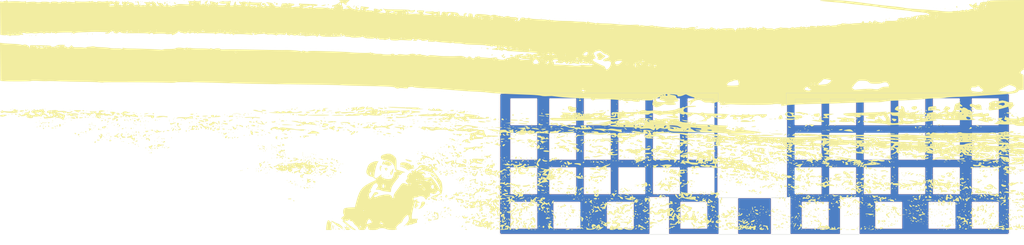
<source format=kicad_pcb>
(kicad_pcb (version 20211014) (generator pcbnew)
  (layers (0 "F.Cu" signal) (31 "B.Cu" signal) (34 "B.Paste" user) (35 "F.Paste" user) (36 "B.SilkS" user "B.Silkscreen") (37 "F.SilkS" user "F.Silkscreen") (38 "B.Mask" user) (39 "F.Mask" user) (44 "Edge.Cuts" user))
  (net 0 "")
  (footprint "LOGO" (layer "F.Cu") (at 5.461 23.241)
    (fp_text reference "G***" hide)
    (fp_text value "LOGO" hide)
  )
  (gr_rect (start 102.616 47.498) (end 116.586 33.528) (layer "Edge.Cuts") (width 0.1) (fill none))
  (gr_line (start -1.4605 12.319) (end -1.5875 88.138) (layer "Edge.Cuts") (width 0.1))
  (gr_arc (start -1.4605 12.319) (mid -1.088526 11.420974) (end -0.1905 11.049) (layer "Edge.Cuts") (width 0.1))
  (gr_line (start 278.511 11.049) (end 156.591 11.049) (layer "Edge.Cuts") (width 0.1))
  (gr_rect (start 186.69 69.088) (end 196.596 89.154) (layer "Edge.Cuts") (width 0.1) (fill none))
  (gr_line (start 119.126 11.049) (end 119.126 68.707) (layer "Edge.Cuts") (width 0.1))
  (gr_rect (start 4.953 47.498) (end 18.923 33.528) (layer "Edge.Cuts") (width 0.1) (fill none))
  (gr_rect (start 235.458 85.598) (end 249.428 71.628) (layer "Edge.Cuts") (width 0.1) (fill none))
  (gr_rect (start 45.466 47.498) (end 59.436 33.528) (layer "Edge.Cuts") (width 0.1) (fill none))
  (gr_arc (start 278.511 11.049) (mid 279.409026 11.420974) (end 279.781 12.319) (layer "Edge.Cuts") (width 0.1))
  (gr_rect (start 98.679 85.598) (end 112.649 71.628) (layer "Edge.Cuts") (width 0.1) (fill none))
  (gr_rect (start 165.608 85.598) (end 179.578 71.628) (layer "Edge.Cuts") (width 0.1) (fill none))
  (gr_rect (start 161.671 47.498) (end 175.641 33.528) (layer "Edge.Cuts") (width 0.1) (fill none))
  (gr_rect (start 119.761 69.088) (end 129.667 89.154) (layer "Edge.Cuts") (width 0.1) (fill none))
  (gr_rect (start 199.771 66.548) (end 213.741 52.578) (layer "Edge.Cuts") (width 0.1) (fill none))
  (gr_rect (start 45.466 28.448) (end 59.436 14.478) (layer "Edge.Cuts") (width 0.1) (fill none))
  (gr_rect (start 102.616 66.548) (end 116.586 52.578) (layer "Edge.Cuts") (width 0.1) (fill none))
  (gr_rect (start 218.821 47.498) (end 232.791 33.528) (layer "Edge.Cuts") (width 0.1) (fill none))
  (gr_line (start 279.781 88.128974) (end 279.781 12.319) (layer "Edge.Cuts") (width 0.1))
  (gr_rect (start 237.871 66.548) (end 251.841 52.578) (layer "Edge.Cuts") (width 0.1) (fill none))
  (gr_rect (start 64.516 47.498) (end 78.486 33.528) (layer "Edge.Cuts") (width 0.1) (fill none))
  (gr_rect (start 81.661 68.961) (end 91.567 89.027) (layer "Edge.Cuts") (width 0.1) (fill none))
  (gr_rect (start 83.566 47.498) (end 97.536 33.528) (layer "Edge.Cuts") (width 0.1) (fill none))
  (gr_rect (start 259.334 85.598) (end 273.304 71.628) (layer "Edge.Cuts") (width 0.1) (fill none))
  (gr_rect (start 83.566 28.448) (end 97.536 14.478) (layer "Edge.Cuts") (width 0.1) (fill none))
  (gr_rect (start 199.771 28.448) (end 213.741 14.478) (layer "Edge.Cuts") (width 0.1) (fill none))
  (gr_rect (start 259.334 28.448) (end 273.304 14.478) (layer "Edge.Cuts") (width 0.1) (fill none))
  (gr_rect (start 28.702 85.598) (end 42.672 71.628) (layer "Edge.Cuts") (width 0.1) (fill none))
  (gr_rect (start 148.59 69.088) (end 158.496 89.154) (layer "Edge.Cuts") (width 0.1) (fill none))
  (gr_rect (start 64.516 66.548) (end 78.486 52.578) (layer "Edge.Cuts") (width 0.1) (fill none))
  (gr_rect (start 26.416 28.448) (end 40.386 14.478) (layer "Edge.Cuts") (width 0.1) (fill none))
  (gr_line (start 119.126 11.049) (end -0.1905 11.049) (layer "Edge.Cuts") (width 0.1))
  (gr_rect (start 64.516 28.448) (end 78.486 14.478) (layer "Edge.Cuts") (width 0.1) (fill none))
  (gr_rect (start 237.871 28.448) (end 251.841 14.478) (layer "Edge.Cuts") (width 0.1) (fill none))
  (gr_rect (start 161.671 66.548) (end 175.641 52.578) (layer "Edge.Cuts") (width 0.1) (fill none))
  (gr_rect (start 4.953 85.598) (end 18.923 71.628) (layer "Edge.Cuts") (width 0.1) (fill none))
  (gr_rect (start 259.334 66.548) (end 273.304 52.578) (layer "Edge.Cuts") (width 0.1) (fill none))
  (gr_rect (start 259.334 47.498) (end 273.304 33.528) (layer "Edge.Cuts") (width 0.1) (fill none))
  (gr_line (start 156.591 68.707) (end 156.591 11.049) (layer "Edge.Cuts") (width 0.1))
  (gr_rect (start 180.721 47.498) (end 194.691 33.528) (layer "Edge.Cuts") (width 0.1) (fill none))
  (gr_arc (start 279.781 88.128974) (mid 279.409026 89.027) (end 278.511 89.398974) (layer "Edge.Cuts") (width 0.1))
  (gr_line (start 119.126 68.707) (end 156.591 68.707) (layer "Edge.Cuts") (width 0.1))
  (gr_rect (start 199.771 47.498) (end 213.741 33.528) (layer "Edge.Cuts") (width 0.1) (fill none))
  (gr_rect (start 102.616 28.448) (end 116.586 14.478) (layer "Edge.Cuts") (width 0.1) (fill none))
  (gr_rect (start 4.953 28.448) (end 18.923 14.478) (layer "Edge.Cuts") (width 0.1) (fill none))
  (gr_rect (start 4.953 66.548) (end 18.923 52.578) (layer "Edge.Cuts") (width 0.1) (fill none))
  (gr_rect (start 26.416 66.548) (end 40.386 52.578) (layer "Edge.Cuts") (width 0.1) (fill none))
  (gr_rect (start 58.166 85.598) (end 72.136 71.628) (layer "Edge.Cuts") (width 0.1) (fill none))
  (gr_rect (start 180.721 28.448) (end 194.691 14.478) (layer "Edge.Cuts") (width 0.1) (fill none))
  (gr_rect (start 45.466 66.548) (end 59.436 52.578) (layer "Edge.Cuts") (width 0.1) (fill none))
  (gr_line (start -0.3175 89.408) (end 278.511 89.398974) (layer "Edge.Cuts") (width 0.1))
  (gr_rect (start 83.566 66.548) (end 97.536 52.578) (layer "Edge.Cuts") (width 0.1) (fill none))
  (gr_rect (start 237.871 47.498) (end 251.841 33.528) (layer "Edge.Cuts") (width 0.1) (fill none))
  (gr_rect (start 161.671 28.448) (end 175.641 14.478) (layer "Edge.Cuts") (width 0.1) (fill none))
  (gr_rect (start 206.121 85.598) (end 220.091 71.628) (layer "Edge.Cuts") (width 0.1) (fill none))
  (gr_rect (start 26.416 47.498) (end 40.386 33.528) (layer "Edge.Cuts") (width 0.1) (fill none))
  (gr_rect (start 218.821 66.548) (end 232.791 52.578) (layer "Edge.Cuts") (width 0.1) (fill none))
  (gr_rect (start 180.721 66.548) (end 194.691 52.578) (layer "Edge.Cuts") (width 0.1) (fill none))
  (gr_arc (start -0.3175 89.408) (mid -1.215526 89.036026) (end -1.5875 88.138) (layer "Edge.Cuts") (width 0.1))
  (gr_rect (start 218.821 28.448) (end 232.791 14.478) (layer "Edge.Cuts") (width 0.1) (fill none))
  (zone (net 0) (net_name "") (layers F&B.Cu) (connect_pads (clearance 0.508)) (min_thickness 0.254) (fill yes (thermal_gap 0.508) (thermal_bridge_width 0.508))
    (polygon (pts (xy 282.702 6.477) (xy 282.956 95.123) (xy -11.811 90.932) (xy -12.319 5.08)))
  )
)
</source>
